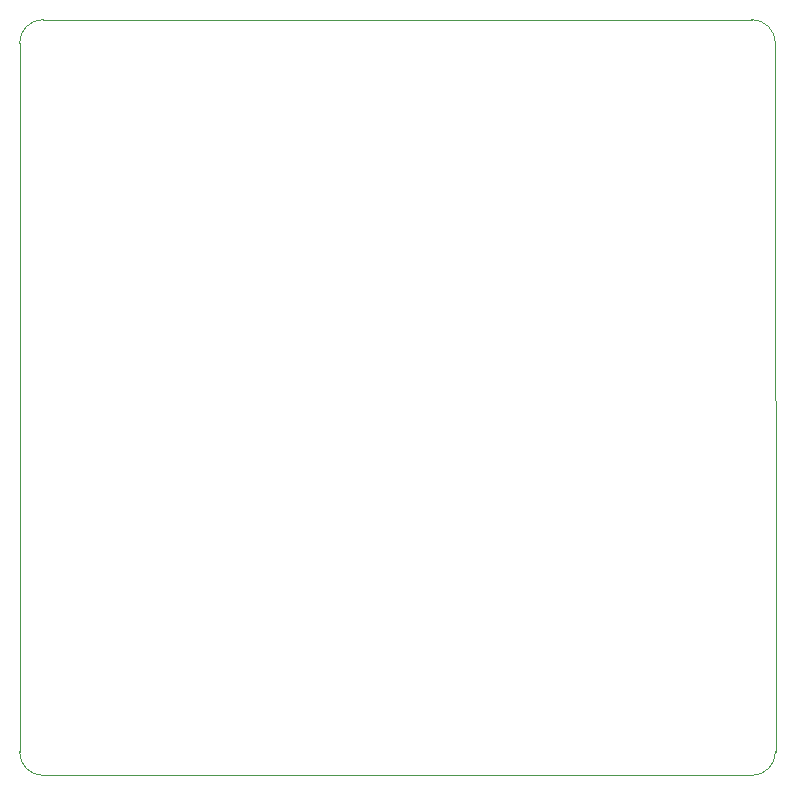
<source format=gbr>
%TF.GenerationSoftware,KiCad,Pcbnew,7.0.5*%
%TF.CreationDate,2023-09-21T19:27:35-05:00*%
%TF.ProjectId,KiCadPanel,4b694361-6450-4616-9e65-6c2e6b696361,rev?*%
%TF.SameCoordinates,Original*%
%TF.FileFunction,Profile,NP*%
%FSLAX46Y46*%
G04 Gerber Fmt 4.6, Leading zero omitted, Abs format (unit mm)*
G04 Created by KiCad (PCBNEW 7.0.5) date 2023-09-21 19:27:35*
%MOMM*%
%LPD*%
G01*
G04 APERTURE LIST*
%TA.AperFunction,Profile*%
%ADD10C,0.100000*%
%TD*%
G04 APERTURE END LIST*
D10*
X162005786Y-113995786D02*
X102000000Y-114000000D01*
X100000000Y-112000000D02*
G75*
G03*
X102000000Y-114000000I2000000J0D01*
G01*
X102000000Y-50000000D02*
G75*
G03*
X100000000Y-52000000I0J-2000000D01*
G01*
X163995786Y-52004214D02*
X164005786Y-111995786D01*
X163995786Y-52004214D02*
G75*
G03*
X161995786Y-50004214I-1999986J14D01*
G01*
X162005786Y-113995786D02*
G75*
G03*
X164005786Y-111995786I14J1999986D01*
G01*
X100000000Y-112000000D02*
X100000000Y-52000000D01*
X102000000Y-50000000D02*
X161995786Y-50004214D01*
M02*

</source>
